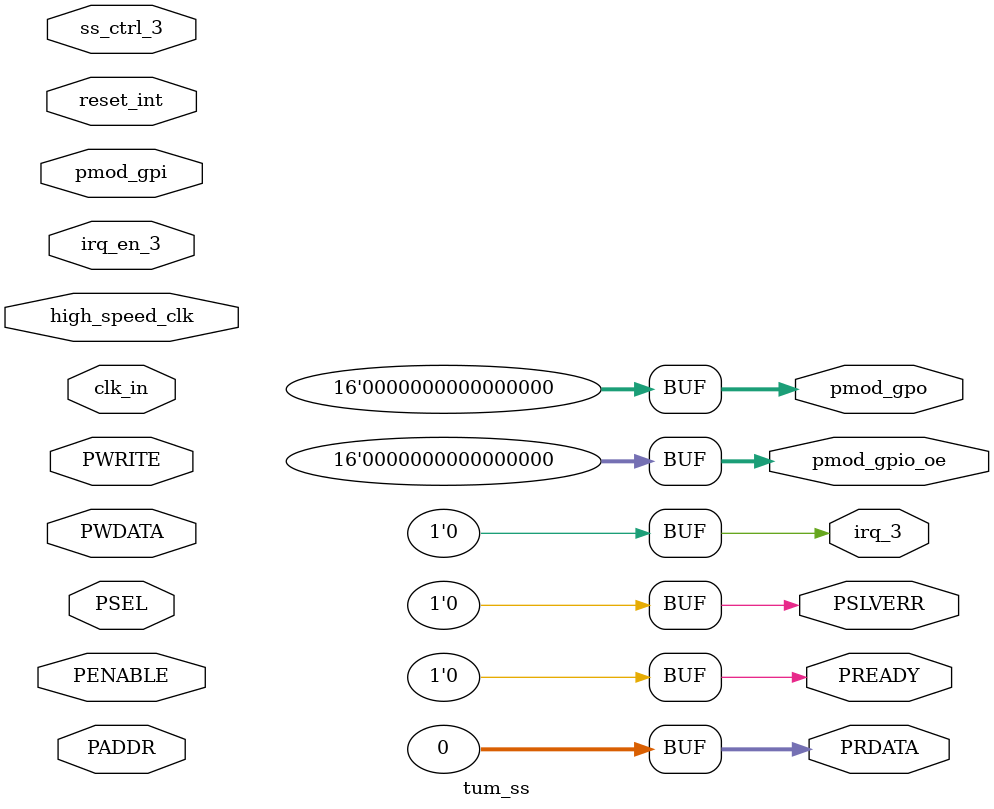
<source format=sv>
/*
  Contributors:
    * Matti Käyrä (matti.kayra@tuni.fi)
  Description:
    * integration tieoff
*/

module tum_ss(
    // Interface: APB
    input  logic [31:0] PADDR,
    input  logic        PENABLE,
    input  logic        PSEL,
    input  logic [31:0] PWDATA,
    input  logic        PWRITE,
    output logic [31:0] PRDATA,
    output logic        PREADY,
    output logic        PSLVERR,

    // Interface: Clock
    input  logic        clk_in,

    // Interface: high_speed_clock
    input  logic        high_speed_clk,

    // Interface: IRQ
    output logic        irq_3,

    // Interface: Reset
    input  logic        reset_int,

    // Interface: SS_Ctrl
    input  logic        irq_en_3,
    input  logic [7:0]  ss_ctrl_3,
    
    //Interface: GPIO pmod 
    input  logic [15:0]  pmod_gpi,
    output logic [15:0]  pmod_gpo,
    output logic [15:0]  pmod_gpio_oe

);

// WARNING: EVERYTHING ON AND ABOVE THIS LINE MAY BE OVERWRITTEN BY KACTUS2!!!

// TODO: Replace this with your module implementation
  assign PSLVERR = 'd0;
  assign PREADY  = 'd0;
  assign PRDATA  = 'd0;
  assign irq_3   = 'd0;

  assign pmod_gpo     = 'h0;
  assign pmod_gpio_oe = 'h0;

endmodule

</source>
